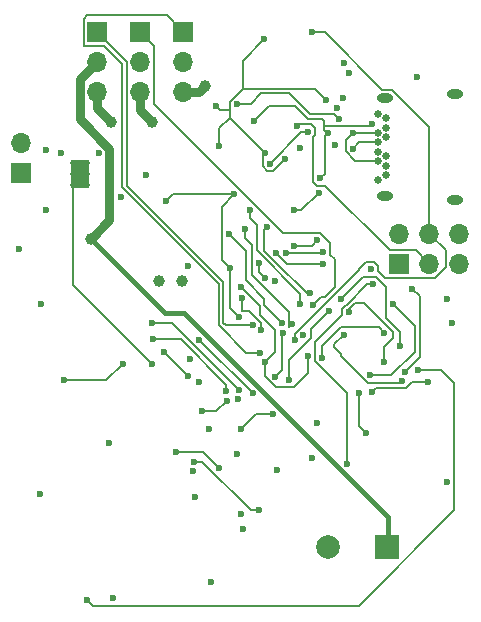
<source format=gbr>
%TF.GenerationSoftware,KiCad,Pcbnew,8.0.6*%
%TF.CreationDate,2024-12-10T11:27:28-08:00*%
%TF.ProjectId,Vanguard_new,56616e67-7561-4726-945f-6e65772e6b69,rev?*%
%TF.SameCoordinates,Original*%
%TF.FileFunction,Copper,L4,Bot*%
%TF.FilePolarity,Positive*%
%FSLAX46Y46*%
G04 Gerber Fmt 4.6, Leading zero omitted, Abs format (unit mm)*
G04 Created by KiCad (PCBNEW 8.0.6) date 2024-12-10 11:27:28*
%MOMM*%
%LPD*%
G01*
G04 APERTURE LIST*
%TA.AperFunction,ComponentPad*%
%ADD10R,1.700000X1.700000*%
%TD*%
%TA.AperFunction,ComponentPad*%
%ADD11O,1.700000X1.700000*%
%TD*%
%TA.AperFunction,HeatsinkPad*%
%ADD12C,0.500000*%
%TD*%
%TA.AperFunction,HeatsinkPad*%
%ADD13R,1.650000X2.380000*%
%TD*%
%TA.AperFunction,ComponentPad*%
%ADD14R,2.000000X2.000000*%
%TD*%
%TA.AperFunction,ComponentPad*%
%ADD15C,2.000000*%
%TD*%
%TA.AperFunction,ComponentPad*%
%ADD16C,0.650000*%
%TD*%
%TA.AperFunction,ComponentPad*%
%ADD17O,1.400000X0.800000*%
%TD*%
%TA.AperFunction,ComponentPad*%
%ADD18C,1.000000*%
%TD*%
%TA.AperFunction,ViaPad*%
%ADD19C,0.600000*%
%TD*%
%TA.AperFunction,ViaPad*%
%ADD20C,1.000000*%
%TD*%
%TA.AperFunction,Conductor*%
%ADD21C,0.200000*%
%TD*%
%TA.AperFunction,Conductor*%
%ADD22C,0.800000*%
%TD*%
%TA.AperFunction,Conductor*%
%ADD23C,0.400000*%
%TD*%
G04 APERTURE END LIST*
D10*
%TO.P,J5,1,Pin_1*%
%TO.N,PORT_SERVO*%
X105000000Y-86420000D03*
D11*
%TO.P,J5,2,Pin_2*%
%TO.N,+5V*%
X105000000Y-88960000D03*
%TO.P,J5,3,Pin_3*%
%TO.N,GND*%
X105000000Y-91500000D03*
%TD*%
D12*
%TO.P,U8,11,EN*%
%TO.N,BATT_IN*%
X100475000Y-99355000D03*
X100475000Y-97475000D03*
X100474999Y-98415000D03*
D13*
X99900000Y-98415000D03*
D12*
X99325001Y-98415000D03*
X99325000Y-99355000D03*
X99325000Y-97475000D03*
%TD*%
D10*
%TO.P,J4,1,Pin_1*%
%TO.N,STAR_SERVO*%
X101350000Y-86420000D03*
D11*
%TO.P,J4,2,Pin_2*%
%TO.N,+5V*%
X101350000Y-88960000D03*
%TO.P,J4,3,Pin_3*%
%TO.N,GND*%
X101350000Y-91500000D03*
%TD*%
D14*
%TO.P,BZ1,1,+*%
%TO.N,+5V*%
X125870785Y-130000000D03*
D15*
%TO.P,BZ1,2,-*%
%TO.N,Net-(BZ1--)*%
X120870785Y-130000000D03*
%TD*%
D16*
%TO.P,J1,B1,GND*%
%TO.N,GND*%
X125082785Y-93320551D03*
%TO.P,J1,B2*%
%TO.N,N/C*%
X125782785Y-93720551D03*
%TO.P,J1,B3*%
X125782785Y-94520551D03*
%TO.P,J1,B4,VBUS*%
%TO.N,Net-(J1-VBUS-PadA4)*%
X125082785Y-94920551D03*
%TO.P,J1,B5,CC2*%
%TO.N,Net-(J1-CC2)*%
X125782785Y-95320551D03*
%TO.P,J1,B6,D+*%
%TO.N,Net-(D1-I{slash}O1)*%
X125082785Y-95720551D03*
%TO.P,J1,B7,D-*%
%TO.N,Net-(D1-I{slash}O2)*%
X125082785Y-96520551D03*
%TO.P,J1,B8,SBU2*%
%TO.N,unconnected-(J1-SBU2-PadB8)*%
X125782785Y-96920551D03*
%TO.P,J1,B9,VBUS*%
%TO.N,Net-(J1-VBUS-PadA4)*%
X125082785Y-97320551D03*
%TO.P,J1,B10*%
%TO.N,N/C*%
X125782785Y-97720551D03*
%TO.P,J1,B11*%
X125782785Y-98520551D03*
%TO.P,J1,B12,GND*%
%TO.N,GND*%
X125082785Y-98920551D03*
D17*
%TO.P,J1,S1,SHIELD*%
X131632785Y-100610551D03*
X125682785Y-100250551D03*
X125682785Y-91990551D03*
X131632785Y-91630551D03*
%TD*%
D18*
%TO.P,Y1,1,1*%
%TO.N,Net-(U6-XOUT32{slash}CLKSEL1)*%
X108500000Y-107500000D03*
%TO.P,Y1,2,2*%
%TO.N,Net-(U6-XIN32)*%
X106600000Y-107500000D03*
%TD*%
D10*
%TO.P,J7,1,Pin_1*%
%TO.N,EJEC_SERVO*%
X108650000Y-86425000D03*
D11*
%TO.P,J7,2,Pin_2*%
%TO.N,+5V*%
X108650000Y-88965000D03*
%TO.P,J7,3,Pin_3*%
%TO.N,GND*%
X108650000Y-91505000D03*
%TD*%
D10*
%TO.P,J6,1,Pin_1*%
%TO.N,BATT_IN*%
X94940000Y-98370000D03*
D11*
%TO.P,J6,2,Pin_2*%
%TO.N,GND*%
X94940000Y-95830000D03*
%TD*%
D10*
%TO.P,J2,1,Pin_1*%
%TO.N,+3.3V*%
X126920000Y-106040000D03*
D11*
%TO.P,J2,2,Pin_2*%
%TO.N,Net-(J2-Pin_2)*%
X126920000Y-103500000D03*
%TO.P,J2,3,Pin_3*%
%TO.N,Net-(J2-Pin_3)*%
X129460000Y-106040000D03*
%TO.P,J2,4,Pin_4*%
%TO.N,UPDI*%
X129460000Y-103500000D03*
%TO.P,J2,5,Pin_5*%
%TO.N,GND*%
X131999999Y-106040000D03*
%TO.P,J2,6,Pin_6*%
%TO.N,Net-(J2-Pin_6)*%
X132000000Y-103500000D03*
%TD*%
D19*
%TO.N,Net-(ADR1-B)*%
X110000000Y-112500000D03*
X114500000Y-117000000D03*
%TO.N,GND*%
X97000000Y-101500000D03*
D20*
X110500000Y-91000000D03*
D19*
X131000000Y-124500000D03*
X121688001Y-92866731D03*
X102310000Y-121170000D03*
X110000000Y-116000000D03*
X101490000Y-96665000D03*
X109202941Y-114051471D03*
X131000000Y-109000000D03*
X122240000Y-89020000D03*
X120000000Y-119500000D03*
X131390000Y-111060000D03*
X116370000Y-107460000D03*
X113542499Y-127215000D03*
X122710000Y-89869999D03*
D20*
X106000000Y-94000000D03*
D19*
X103392892Y-100357108D03*
X113162499Y-122095000D03*
D20*
X102500000Y-94000000D03*
D19*
X119500000Y-122500000D03*
X94760000Y-104750000D03*
X118552785Y-96210551D03*
X109060000Y-106240000D03*
X111000000Y-133000000D03*
X98250000Y-96665000D03*
X118813342Y-112090188D03*
X122202785Y-92020551D03*
X124502415Y-106493668D03*
X97050000Y-96425000D03*
X96500000Y-125500000D03*
X128452785Y-90170551D03*
X116600000Y-123500000D03*
X105500000Y-98500000D03*
X113712499Y-128455000D03*
X121522161Y-96009927D03*
X110827501Y-120000000D03*
X96600000Y-109470000D03*
X109492499Y-123585000D03*
X109632499Y-125767500D03*
X102722785Y-134290551D03*
X113250000Y-117500000D03*
%TO.N,BATT_IN*%
X118000000Y-101500000D03*
X106000000Y-114500000D03*
X120123412Y-100020000D03*
%TO.N,Net-(U6-XIN32)*%
X113325735Y-116674265D03*
X106000000Y-111000000D03*
%TO.N,+3.3V*%
X117231316Y-97127905D03*
X117600868Y-115898172D03*
X112557215Y-106362785D03*
X115485208Y-87014625D03*
X107171766Y-100728235D03*
X120964265Y-110035735D03*
X111410000Y-92670000D03*
X112929986Y-100159985D03*
X109000000Y-115500000D03*
X115568241Y-96684748D03*
X125665735Y-114364407D03*
X120740000Y-92130000D03*
X115574265Y-107225735D03*
X122680000Y-110120000D03*
X115070000Y-105981473D03*
X113333949Y-110544627D03*
X111689542Y-96045548D03*
X107000000Y-113500000D03*
%TO.N,Net-(U6-CAP)*%
X112325000Y-117624998D03*
X110247500Y-118500000D03*
%TO.N,Net-(D1-I{slash}O1)*%
X122989772Y-96270552D03*
X113221669Y-92481669D03*
X121792785Y-93795156D03*
%TO.N,Net-(D1-I{slash}O2)*%
X114650000Y-93920000D03*
X120242785Y-98800551D03*
X120857224Y-94970505D03*
X124619728Y-94165336D03*
%TO.N,Net-(J2-Pin_3)*%
X118300121Y-94352469D03*
%TO.N,Net-(J2-Pin_2)*%
X115947058Y-97540703D03*
X119207327Y-94858519D03*
%TO.N,UPDI*%
X118090000Y-112520000D03*
X119550000Y-86400000D03*
%TO.N,CD*%
X122000000Y-109000000D03*
X127000000Y-113000000D03*
X128500000Y-115000000D03*
X100500000Y-134500000D03*
%TO.N,TX0*%
X118538659Y-109411341D03*
X114290000Y-101458530D03*
%TO.N,RX0*%
X127989876Y-108140001D03*
X127394265Y-115164265D03*
%TO.N,Net-(U9-EN)*%
X111662500Y-123337500D03*
X108000000Y-122000000D03*
%TO.N,Net-(U9-FB)*%
X115022499Y-126875000D03*
X109503990Y-122775383D03*
%TO.N,Net-(U6-ENV_SCL)*%
X113500000Y-120000000D03*
X116255025Y-118744975D03*
%TO.N,SDA*%
X125627132Y-111872875D03*
X119200000Y-113869425D03*
X113500000Y-108000000D03*
X120400000Y-114000000D03*
X115566677Y-114337373D03*
%TO.N,SCL*%
X113613984Y-108955434D03*
X115240000Y-111640000D03*
X117102238Y-111902322D03*
X116430356Y-115576189D03*
%TO.N,Net-(U6-~{BOOT})*%
X112276617Y-116764533D03*
X106063015Y-112436985D03*
%TO.N,EJEC_SERVO*%
X115100000Y-113550415D03*
%TO.N,PA1{slash}MOSI*%
X124640000Y-116860000D03*
X129320000Y-116000000D03*
%TO.N,D5*%
X118000000Y-104500000D03*
X120000000Y-104000000D03*
%TO.N,D6*%
X117371057Y-105128943D03*
X120500000Y-105000000D03*
%TO.N,BUZZER*%
X122500000Y-123000000D03*
X124724296Y-107758655D03*
%TO.N,PA0{slash}MISO*%
X124090000Y-120320000D03*
X123500000Y-117000000D03*
%TO.N,D4*%
X116496793Y-105103207D03*
X103500000Y-114500000D03*
X120438792Y-106061208D03*
X98500000Y-115900000D03*
%TO.N,HOLD*%
X127140000Y-115930000D03*
X122229265Y-112019265D03*
%TO.N,PORT_SERVO*%
X119630000Y-109550000D03*
%TO.N,STAR_BLUE*%
X126367693Y-109398621D03*
X124460000Y-115460000D03*
%TO.N,STAR_SERVO*%
X114500000Y-111213325D03*
%TO.N,PORT_GREEN*%
X117861577Y-111138423D03*
X113863530Y-103100000D03*
%TO.N,PORT_RED*%
X115705735Y-102874265D03*
X119401471Y-108540000D03*
%TO.N,PORT_BLUE*%
X117000000Y-111000000D03*
X112500000Y-103500000D03*
D20*
%TO.N,+5V*%
X100800000Y-103900000D03*
D19*
%TO.N,Net-(J1-VBUS-PadA4)*%
X122976469Y-94995157D03*
%TD*%
D21*
%TO.N,Net-(ADR1-B)*%
X114500000Y-117000000D02*
X110000000Y-112500000D01*
D22*
%TO.N,GND*%
X105000000Y-93000000D02*
X106000000Y-94000000D01*
X108650000Y-91505000D02*
X109995000Y-91505000D01*
X109995000Y-91505000D02*
X110500000Y-91000000D01*
X101350000Y-91500000D02*
X101350000Y-92850000D01*
X101350000Y-92850000D02*
X102500000Y-94000000D01*
X105000000Y-91500000D02*
X105000000Y-93000000D01*
D21*
%TO.N,BATT_IN*%
X118643412Y-101500000D02*
X120123412Y-100020000D01*
X106000000Y-114500000D02*
X99325000Y-107825000D01*
X99325000Y-107825000D02*
X99325000Y-99355000D01*
X118000000Y-101500000D02*
X118643412Y-101500000D01*
%TO.N,Net-(U6-XIN32)*%
X107651470Y-111000000D02*
X106000000Y-111000000D01*
X113325735Y-116674265D02*
X107651470Y-111000000D01*
%TO.N,+3.3V*%
X111689542Y-96045548D02*
X111689542Y-94546965D01*
X112929986Y-100159985D02*
X112929971Y-100160000D01*
X116218518Y-98140703D02*
X115698529Y-98140703D01*
X113333949Y-110544627D02*
X112557215Y-109767893D01*
X120964265Y-110035735D02*
X119413342Y-111586658D01*
X119413342Y-111586658D02*
X119413342Y-112338717D01*
X112560000Y-92294808D02*
X112560000Y-93040000D01*
X115070000Y-106721470D02*
X115574265Y-107225735D01*
X126432129Y-111829342D02*
X123942787Y-109340000D01*
X112560000Y-93676507D02*
X115568241Y-96684748D01*
X107740001Y-100160000D02*
X107171766Y-100728235D01*
X125665735Y-113092794D02*
X126432129Y-112326400D01*
X120740000Y-92130000D02*
X119800552Y-91190552D01*
X113664256Y-91190552D02*
X112560000Y-92294808D01*
X126432129Y-112326400D02*
X126432129Y-111829342D01*
X112929971Y-100160000D02*
X107740001Y-100160000D01*
X123211471Y-109340000D02*
X122680000Y-109871471D01*
X122680000Y-109871471D02*
X122680000Y-110120000D01*
X111689542Y-94546965D02*
X112560000Y-93676507D01*
X117600868Y-114151191D02*
X117600868Y-115898172D01*
X123942787Y-109340000D02*
X123211471Y-109340000D01*
X125665735Y-114364407D02*
X125665735Y-113092794D01*
X115698529Y-98140703D02*
X115347058Y-97789232D01*
X112557215Y-106362785D02*
X111900000Y-105705570D01*
X115347058Y-97789232D02*
X115347058Y-96905931D01*
X115347058Y-96905931D02*
X115568241Y-96684748D01*
X119800552Y-91190552D02*
X113664256Y-91190552D01*
X111780000Y-93040000D02*
X111410000Y-92670000D01*
X111900000Y-105705570D02*
X111900000Y-101189971D01*
X113664256Y-91190552D02*
X113664256Y-88835577D01*
X119413342Y-112338717D02*
X117600868Y-114151191D01*
X115070000Y-105981473D02*
X115070000Y-106721470D01*
X112560000Y-93040000D02*
X111780000Y-93040000D01*
X117231316Y-97127905D02*
X116218518Y-98140703D01*
X113664256Y-88835577D02*
X115485208Y-87014625D01*
X112560000Y-93040000D02*
X112560000Y-93676507D01*
X112557215Y-109767893D02*
X112557215Y-106362785D01*
X109000000Y-115500000D02*
X107000000Y-113500000D01*
X111900000Y-101189971D02*
X112929986Y-100159985D01*
%TO.N,Net-(U6-CAP)*%
X111449998Y-118500000D02*
X110247500Y-118500000D01*
X112325000Y-117624998D02*
X111449998Y-118500000D01*
%TO.N,Net-(D1-I{slash}O1)*%
X119357099Y-93380551D02*
X121378180Y-93380551D01*
X121378180Y-93380551D02*
X121792785Y-93795156D01*
X117567099Y-91590551D02*
X119357099Y-93380551D01*
X125082785Y-95720552D02*
X123539772Y-95720552D01*
X115242786Y-91590552D02*
X117567099Y-91590551D01*
X123539772Y-95720552D02*
X122989772Y-96270552D01*
X113221669Y-92481669D02*
X114351669Y-92481669D01*
X114351669Y-92481669D02*
X115242786Y-91590552D01*
%TO.N,Net-(D1-I{slash}O2)*%
X115919449Y-92650551D02*
X118061413Y-92650551D01*
X120562785Y-94676066D02*
X120562785Y-94395157D01*
X120562785Y-94395157D02*
X120562786Y-93930551D01*
X114650000Y-93920000D02*
X115919449Y-92650551D01*
X120562785Y-94395157D02*
X124389907Y-94395157D01*
X118061413Y-92650551D02*
X119191413Y-93780551D01*
X120857224Y-94970505D02*
X120649562Y-95178167D01*
X119191413Y-93780551D02*
X120412786Y-93780551D01*
X124389907Y-94395157D02*
X124619728Y-94165336D01*
X120649562Y-95178167D02*
X120649562Y-98393774D01*
X120649562Y-98393774D02*
X120242785Y-98800551D01*
X120857224Y-94970505D02*
X120562785Y-94676066D01*
X120412786Y-93780551D02*
X120562786Y-93930551D01*
%TO.N,Net-(J2-Pin_3)*%
X119807327Y-94537878D02*
X119450000Y-94180551D01*
X128310000Y-104890000D02*
X126107978Y-104890000D01*
X119807327Y-95122673D02*
X119807327Y-94537878D01*
X129460000Y-106040000D02*
X128310000Y-104890000D01*
X119642785Y-95287215D02*
X119807327Y-95122673D01*
X120637978Y-99420000D02*
X119950000Y-99420000D01*
X119450000Y-94180551D02*
X118472039Y-94180551D01*
X119642785Y-99112785D02*
X119642785Y-95287215D01*
X118472039Y-94180551D02*
X118300121Y-94352469D01*
X119950000Y-99420000D02*
X119642785Y-99112785D01*
X126107978Y-104890000D02*
X120637978Y-99420000D01*
%TO.N,Net-(J2-Pin_2)*%
X119207327Y-94858519D02*
X118629242Y-94858519D01*
X118629242Y-94858519D02*
X115947058Y-97540703D01*
%TO.N,UPDI*%
X130849999Y-106276347D02*
X129936346Y-107190000D01*
X119550000Y-86400000D02*
X120599449Y-86400000D01*
X123500000Y-106500000D02*
X123500000Y-106555000D01*
X125102415Y-106602415D02*
X125102415Y-106245139D01*
X118090000Y-111965000D02*
X118090000Y-112520000D01*
X129460000Y-94477817D02*
X129460000Y-103500000D01*
X123500000Y-106555000D02*
X118090000Y-111965000D01*
X120599449Y-86400000D02*
X125490000Y-91290551D01*
X124750944Y-105893668D02*
X124106332Y-105893668D01*
X124106332Y-105893668D02*
X123500000Y-106500000D01*
X125690000Y-107190000D02*
X125102415Y-106602415D01*
X129936346Y-107190000D02*
X125690000Y-107190000D01*
X125102415Y-106245139D02*
X124750944Y-105893668D01*
X130849999Y-104889999D02*
X130849999Y-106276347D01*
X126272734Y-91290551D02*
X129460000Y-94477817D01*
X125490000Y-91290551D02*
X126272734Y-91290551D01*
X129460000Y-103500000D02*
X130849999Y-104889999D01*
%TO.N,CD*%
X127000000Y-111831527D02*
X127000000Y-113000000D01*
X122000000Y-109000000D02*
X123841345Y-107158655D01*
X125767693Y-107953523D02*
X125767693Y-110599220D01*
X123500000Y-135000000D02*
X101000000Y-135000000D01*
X101000000Y-135000000D02*
X100500000Y-134500000D01*
X125767693Y-110599220D02*
X127000000Y-111831527D01*
X124972825Y-107158655D02*
X125767693Y-107953523D01*
X130500000Y-115000000D02*
X131600000Y-116100000D01*
X131600000Y-116100000D02*
X131600000Y-126900000D01*
X128500000Y-115000000D02*
X130500000Y-115000000D01*
X123841345Y-107158655D02*
X124972825Y-107158655D01*
X131600000Y-126900000D02*
X123500000Y-135000000D01*
%TO.N,TX0*%
X114870000Y-102760000D02*
X114870000Y-104900000D01*
X114290000Y-102180000D02*
X114870000Y-102760000D01*
X114870000Y-104900000D02*
X118538659Y-108568659D01*
X118538659Y-108568659D02*
X118538659Y-109411341D01*
X114290000Y-101458530D02*
X114290000Y-102180000D01*
%TO.N,RX0*%
X128640000Y-113918530D02*
X127394265Y-115164265D01*
X127989876Y-108140001D02*
X128640000Y-108790125D01*
X128640000Y-108790125D02*
X128640000Y-113918530D01*
%TO.N,Net-(U9-EN)*%
X111662500Y-123337500D02*
X110325000Y-122000000D01*
X110325000Y-122000000D02*
X108000000Y-122000000D01*
%TO.N,Net-(U9-FB)*%
X110251853Y-122775383D02*
X109503990Y-122775383D01*
X115022499Y-126875000D02*
X114351470Y-126875000D01*
X114351470Y-126875000D02*
X110251853Y-122775383D01*
%TO.N,Net-(U6-ENV_SCL)*%
X114755025Y-118744975D02*
X113500000Y-120000000D01*
X116255025Y-118744975D02*
X114755025Y-118744975D01*
%TO.N,SDA*%
X125173522Y-111419265D02*
X121980736Y-111419265D01*
X119200000Y-115300000D02*
X118000000Y-116500000D01*
X116400000Y-113504050D02*
X116400000Y-111641610D01*
X116400000Y-111641610D02*
X115100000Y-110341610D01*
X115566677Y-114337373D02*
X116400000Y-113504050D01*
X121980736Y-111419265D02*
X120400000Y-113000001D01*
X113507079Y-108000000D02*
X113500000Y-108000000D01*
X115100000Y-110341610D02*
X115100000Y-109592921D01*
X120400000Y-113000001D02*
X120400000Y-114000000D01*
X115566677Y-115566677D02*
X115566677Y-114337373D01*
X118000000Y-116500000D02*
X116500000Y-116500000D01*
X119200000Y-113869425D02*
X119200000Y-115300000D01*
X125627132Y-111872875D02*
X125173522Y-111419265D01*
X115100000Y-109592921D02*
X113507079Y-108000000D01*
X116500000Y-116500000D02*
X115566677Y-115566677D01*
%TO.N,SCL*%
X117102238Y-111902322D02*
X117000000Y-112004560D01*
X114206688Y-110013984D02*
X113613984Y-110013984D01*
X113613984Y-110013984D02*
X113613984Y-108955434D01*
X117000000Y-115006545D02*
X116430356Y-115576189D01*
X115240000Y-111047296D02*
X114206688Y-110013984D01*
X115240000Y-111640000D02*
X115240000Y-111047296D01*
X117000000Y-112004560D02*
X117000000Y-115006545D01*
%TO.N,Net-(U6-~{BOOT})*%
X108436985Y-112436985D02*
X106063015Y-112436985D01*
X112276617Y-116764533D02*
X112276617Y-116276617D01*
X112276617Y-116276617D02*
X108436985Y-112436985D01*
%TO.N,EJEC_SERVO*%
X107225000Y-85000000D02*
X108650000Y-86425000D01*
X100470000Y-85000000D02*
X107225000Y-85000000D01*
X100200000Y-85270000D02*
X100470000Y-85000000D01*
X103450000Y-89085686D02*
X101934314Y-87570000D01*
X111630000Y-111194052D02*
X111630000Y-107745686D01*
X113986363Y-113550415D02*
X111630000Y-111194052D01*
X101934314Y-87570000D02*
X100200000Y-87570000D01*
X115100000Y-113550415D02*
X113986363Y-113550415D01*
X103450000Y-99565686D02*
X103450000Y-89085686D01*
X100200000Y-87570000D02*
X100200000Y-85270000D01*
X111630000Y-107745686D02*
X103450000Y-99565686D01*
%TO.N,PA1{slash}MOSI*%
X128000000Y-116000000D02*
X129320000Y-116000000D01*
X124970000Y-116530000D02*
X124640000Y-116860000D01*
X127470000Y-116530000D02*
X128000000Y-116000000D01*
X124970000Y-116530000D02*
X127470000Y-116530000D01*
%TO.N,D5*%
X118000000Y-104500000D02*
X119500000Y-104500000D01*
X119500000Y-104500000D02*
X120000000Y-104000000D01*
%TO.N,D6*%
X120371057Y-105128943D02*
X120500000Y-105000000D01*
X117371057Y-105128943D02*
X120371057Y-105128943D01*
%TO.N,BUZZER*%
X122500000Y-116948529D02*
X119800000Y-114248529D01*
X122465785Y-109520000D02*
X124227130Y-107758655D01*
X122080000Y-109871471D02*
X122431471Y-109520000D01*
X119800000Y-114248529D02*
X119800000Y-112648529D01*
X124227130Y-107758655D02*
X124724296Y-107758655D01*
X119800000Y-112648529D02*
X122080000Y-110368529D01*
X122500000Y-123000000D02*
X122500000Y-116948529D01*
X122080000Y-110368529D02*
X122080000Y-109871471D01*
X122431471Y-109520000D02*
X122465785Y-109520000D01*
%TO.N,PA0{slash}MISO*%
X123500000Y-119730000D02*
X123500000Y-117000000D01*
X124090000Y-120320000D02*
X123500000Y-119730000D01*
%TO.N,D4*%
X103500000Y-114500000D02*
X102100000Y-115900000D01*
X120438792Y-106061208D02*
X117454794Y-106061208D01*
X117454794Y-106061208D02*
X116496793Y-105103207D01*
X102100000Y-115900000D02*
X98500000Y-115900000D01*
%TO.N,HOLD*%
X121430000Y-113075784D02*
X121430000Y-112818530D01*
X121430000Y-112818530D02*
X122229265Y-112019265D01*
X122020000Y-113665785D02*
X121430000Y-113075784D01*
X126940000Y-116130000D02*
X124281471Y-116130000D01*
X124281471Y-116130000D02*
X122020000Y-113868528D01*
X127140000Y-115930000D02*
X126940000Y-116130000D01*
X122020000Y-113868528D02*
X122020000Y-113665785D01*
%TO.N,PORT_SERVO*%
X117080000Y-103400000D02*
X106150000Y-92470000D01*
X121100000Y-105248529D02*
X121100000Y-104251471D01*
X120609314Y-108880000D02*
X121500000Y-107989314D01*
X121100000Y-104251471D02*
X120248529Y-103400000D01*
X120300000Y-108880000D02*
X120609314Y-108880000D01*
X106150000Y-87570000D02*
X105000000Y-86420000D01*
X121500000Y-105648529D02*
X121100000Y-105248529D01*
X106150000Y-92470000D02*
X106150000Y-87570000D01*
X119630000Y-109550000D02*
X120300000Y-108880000D01*
X120248529Y-103400000D02*
X117080000Y-103400000D01*
X121500000Y-107989314D02*
X121500000Y-105648529D01*
%TO.N,STAR_BLUE*%
X126250000Y-115460000D02*
X128240000Y-113470000D01*
X128240000Y-113470000D02*
X128240000Y-111270928D01*
X124460000Y-115460000D02*
X126250000Y-115460000D01*
X128240000Y-111270928D02*
X126367693Y-109398621D01*
%TO.N,STAR_SERVO*%
X112030000Y-111028366D02*
X112030000Y-107580000D01*
X114500000Y-111213325D02*
X112214959Y-111213325D01*
X112030000Y-107580000D02*
X103850000Y-99400000D01*
X112214959Y-111213325D02*
X112030000Y-111028366D01*
X103850000Y-99400000D02*
X103850000Y-88920000D01*
X103850000Y-88920000D02*
X101350000Y-86420000D01*
%TO.N,PORT_GREEN*%
X114470000Y-104470000D02*
X114470000Y-106970000D01*
X117600000Y-111400000D02*
X117861577Y-111138423D01*
X114470000Y-106970000D02*
X117600000Y-110100000D01*
X113863530Y-103100000D02*
X113863530Y-103863530D01*
X113863530Y-103863530D02*
X114470000Y-104470000D01*
X117600000Y-110100000D02*
X117600000Y-111400000D01*
%TO.N,PORT_RED*%
X119075686Y-108540000D02*
X119401471Y-108540000D01*
X115500000Y-104958529D02*
X116500000Y-105958529D01*
X116500000Y-105958529D02*
X116500000Y-105964314D01*
X116500000Y-105964314D02*
X119075686Y-108540000D01*
X115500000Y-103080000D02*
X115500000Y-104958529D01*
X115705735Y-102874265D02*
X115500000Y-103080000D01*
%TO.N,PORT_BLUE*%
X115500000Y-109000000D02*
X115500000Y-109500000D01*
X115500000Y-109500000D02*
X117000000Y-111000000D01*
X113940000Y-104940000D02*
X113940000Y-107440000D01*
X112500000Y-103500000D02*
X113940000Y-104940000D01*
X113940000Y-107440000D02*
X115500000Y-109000000D01*
D22*
%TO.N,+5V*%
X99900000Y-90410000D02*
X99900000Y-93802207D01*
D23*
X126000000Y-129500000D02*
X126000000Y-127500000D01*
D22*
X102390000Y-96292207D02*
X102390000Y-102310000D01*
X99900000Y-93802207D02*
X102390000Y-96292207D01*
D23*
X126000000Y-127500000D02*
X108700000Y-110200000D01*
D22*
X102390000Y-102310000D02*
X100800000Y-103900000D01*
D23*
X108700000Y-110200000D02*
X107100000Y-110200000D01*
D22*
X101350000Y-88960000D02*
X99900000Y-90410000D01*
D23*
X107100000Y-110200000D02*
X100800000Y-103900000D01*
D21*
%TO.N,Net-(J1-VBUS-PadA4)*%
X122389772Y-96519081D02*
X123191242Y-97320551D01*
X122389772Y-95581854D02*
X122389772Y-96519081D01*
X125082785Y-94920551D02*
X123051075Y-94920551D01*
X123051075Y-94920551D02*
X122976469Y-94995157D01*
X122976469Y-94995157D02*
X122389772Y-95581854D01*
X123191242Y-97320551D02*
X125082785Y-97320551D01*
%TD*%
M02*

</source>
